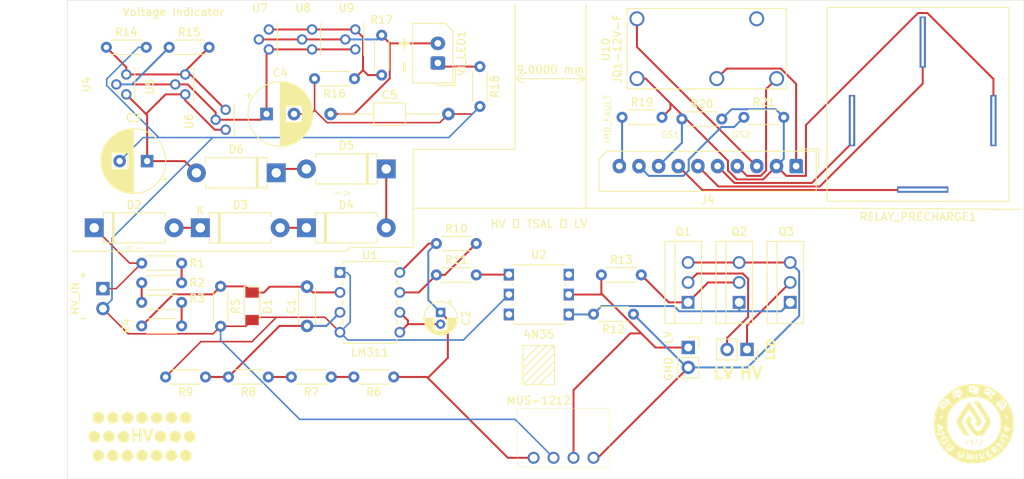
<source format=kicad_pcb>
(kicad_pcb (version 20211014) (generator pcbnew)
  (layers (0 "F.Cu" signal) (31 "B.Cu" signal) (34 "B.Paste" user) (35 "F.Paste" user) (36 "B.SilkS" user "B.Silkscreen") (37 "F.SilkS" user "F.Silkscreen") (38 "B.Mask" user) (39 "F.Mask" user) (44 "Edge.Cuts" user))
  (net 0 "")
  (net 1 "/HV+")
  (net 2 "Net-(R1-Pad2)")
  (net 3 "Net-(R2-Pad2)")
  (net 4 "Net-(R3-Pad2)")
  (net 5 "Net-(C1-Pad2)")
  (net 6 "/HV-")
  (net 7 "Net-(C2-Pad1)")
  (net 8 "Net-(R6-Pad2)")
  (net 9 "Net-(R7-Pad2)")
  (net 10 "Net-(C1-Pad1)")
  (net 11 "Net-(R10-Pad2)")
  (net 12 "Net-(R11-Pad2)")
  (net 13 "GND")
  (net 14 "Net-(Q2-Pad1)")
  (net 15 "/LV")
  (net 16 "Net-(Q1-Pad1)")
  (net 17 "Net-(C2-Pad2)")
  (net 18 "/LV_ACTIVE_LIGHT")
  (net 19 "/HV_ACTIVE_LIGHT")
  (net 22 "Net-(R18-Pad1)")
  (net 23 "Net-(C5-Pad1)")
  (net 24 "Net-(R16-Pad1)")
  (net 25 "Net-(C4-Pad1)")
  (net 26 "Net-(R14-Pad1)")
  (net 27 "Net-(C3-Pad1)")
  (net 28 "Net-(D5-Pad2)")
  (net 29 "Net-(D4-Pad2)")
  (net 30 "Net-(D3-Pad2)")
  (net 31 "Net-(D2-Pad2)")
  (net 32 "IMD_FAULT")
  (net 33 "LV")
  (net 34 "R_PRECHARGE")
  (net 35 "PRECHARGE")
  (net 36 "RELAY_PRECHARGE")
  (net 37 "FAN+")
  (net 39 "FAN_ENABLE")
  (net 40 "GND_SENSE1")
  (net 41 "GND_SENSE2")
  (footprint "Resistor_THT:R_Axial_DIN0204_L3.6mm_D1.6mm_P5.08mm_Horizontal" (layer "F.Cu") (at 95.96 78)
    (fp_text reference "R14" (at 2.54 -1.92) (layer "F.SilkS"))
    (fp_text value "390k")
    (pad "1" thru_hole circle (at 0 0) (size 1.4 1.4) (drill 0.7) (layers *.Cu *.Mask) (net 26 "Net-(R14-Pad1)"))
    (pad "2" thru_hole oval (at 5.08 0) (size 1.4 1.4) (drill 0.7) (layers *.Cu *.Mask) (net 6 "/HV-"))
  )
  (footprint "Diode_THT:D_DO-15_P10.16mm_Horizontal" (layer "F.Cu") (at 107.92 101)
    (fp_text reference "D3" (at 5.08 -2.92) (layer "F.SilkS"))
    (fp_text value "1N5349")
    (fp_text user "K" (at 0 -2.2) (layer "F.SilkS"))
    (pad "1" thru_hole rect (at 0 0) (size 2.4 2.4) (drill 1.2) (layers *.Cu *.Mask) (net 31 "Net-(D2-Pad2)"))
    (pad "2" thru_hole oval (at 10.16 0) (size 2.4 2.4) (drill 1.2) (layers *.Cu *.Mask) (net 30 "Net-(D3-Pad2)"))
  )
  (footprint "Library:LM311P" (layer "F.Cu") (at 125.69 106.69)
    (fp_text reference "U1" (at 3.81 -2.19) (layer "F.SilkS"))
    (fp_text value "LM311" (at 3.81 10.16) (layer "F.SilkS"))
    (pad "1" thru_hole rect (at 0 0) (size 1.3716 1.3716) (drill 0.8636) (layers *.Cu *.Mask) (net 6 "/HV-"))
    (pad "2" thru_hole circle (at 0 2.54) (size 1.3716 1.3716) (drill 0.8636) (layers *.Cu *.Mask) (net 5 "Net-(C1-Pad2)"))
    (pad "3" thru_hole circle (at 0 5.08) (size 1.3716 1.3716) (drill 0.8636) (layers *.Cu *.Mask) (net 10 "Net-(C1-Pad1)"))
    (pad "4" thru_hole circle (at 0 7.62) (size 1.3716 1.3716) (drill 0.8636) (layers *.Cu *.Mask) (net 6 "/HV-"))
    (pad "5" thru_hole circle (at 7.62 7.62) (size 1.3716 1.3716) (drill 0.8636) (layers *.Cu *.Mask) (net 17 "Net-(C2-Pad2)"))
    (pad "6" thru_hole circle (at 7.62 5.08) (size 1.3716 1.3716) (drill 0.8636) (layers *.Cu *.Mask) (net 17 "Net-(C2-Pad2)"))
    (pad "7" thru_hole circle (at 7.62 2.54) (size 1.3716 1.3716) (drill 0.8636) (layers *.Cu *.Mask) (net 11 "Net-(R10-Pad2)"))
    (pad "8" thru_hole circle (at 7.62 0) (size 1.3716 1.3716) (drill 0.8636) (layers *.Cu *.Mask) (net 7 "Net-(C2-Pad1)"))
  )
  (footprint "Connector_Molex:Molex_SPOX_5267-02A_1x02_P2.50mm_Vertical" (layer "F.Cu") (at 138.15 80 90)
    (fp_text reference "VI_LED1" (at 1.25 3 90) (layer "F.SilkS"))
    (fp_text value "10mA")
    (pad "1" thru_hole roundrect (at 0 0 90) (size 1.7 1.85) (drill 0.85) (layers *.Cu *.Mask) (roundrect_rratio 0.147059) (net 22 "Net-(R18-Pad1)"))
    (pad "2" thru_hole oval (at 2.5 0 90) (size 1.7 1.85) (drill 0.85) (layers *.Cu *.Mask) (net 23 "Net-(C5-Pad1)"))
  )
  (footprint "Diode_THT:D_DO-15_P10.16mm_Horizontal" (layer "F.Cu") (at 121.42 101)
    (fp_text reference "D4" (at 5.08 -2.92) (layer "F.SilkS"))
    (fp_text value "1N5349")
    (pad "1" thru_hole rect (at 0 0) (size 2.4 2.4) (drill 1.2) (layers *.Cu *.Mask) (net 30 "Net-(D3-Pad2)"))
    (pad "2" thru_hole oval (at 10.16 0) (size 2.4 2.4) (drill 1.2) (layers *.Cu *.Mask) (net 29 "Net-(D4-Pad2)"))
  )
  (footprint "Resistor_THT:R_Axial_DIN0204_L3.6mm_D1.6mm_P5.08mm_Horizontal" (layer "F.Cu") (at 105.54 113.5 180)
    (fp_text reference "R4" (at 7.04 0 90) (layer "F.SilkS"))
    (fp_text value "4.7M")
    (pad "1" thru_hole circle (at 0 0 180) (size 1.4 1.4) (drill 0.7) (layers *.Cu *.Mask) (net 4 "Net-(R3-Pad2)"))
    (pad "2" thru_hole oval (at 5.08 0 180) (size 1.4 1.4) (drill 0.7) (layers *.Cu *.Mask) (net 5 "Net-(C1-Pad2)"))
  )
  (footprint "Resistor_THT:R_Axial_DIN0204_L3.6mm_D1.6mm_P5.08mm_Horizontal" (layer "F.Cu") (at 127.54 82 180)
    (fp_text reference "R16" (at 2.54 -1.92) (layer "F.SilkS"))
    (fp_text value "390k")
    (pad "1" thru_hole circle (at 0 0 180) (size 1.4 1.4) (drill 0.7) (layers *.Cu *.Mask) (net 24 "Net-(R16-Pad1)"))
    (pad "2" thru_hole oval (at 5.08 0 180) (size 1.4 1.4) (drill 0.7) (layers *.Cu *.Mask) (net 6 "/HV-"))
  )
  (footprint "Capacitor_THT:CP_Radial_D8.0mm_P3.50mm" (layer "F.Cu") (at 101.152651 92.5 180)
    (fp_text reference "C3" (at 1.75 5.5) (layer "F.SilkS"))
    (fp_text value "2.2uF")
    (pad "1" thru_hole rect (at 0 0 180) (size 1.6 1.6) (drill 0.8) (layers *.Cu *.Mask) (net 27 "Net-(C3-Pad1)"))
    (pad "2" thru_hole circle (at 3.5 0 180) (size 1.6 1.6) (drill 0.8) (layers *.Cu *.Mask) (net 6 "/HV-"))
  )
  (footprint "Resistor_THT:R_Axial_DIN0204_L3.6mm_D1.6mm_P5.08mm_Horizontal" (layer "F.Cu") (at 137.96 103)
    (fp_text reference "R10" (at 2.54 -1.92) (layer "F.SilkS"))
    (fp_text value "10k")
    (pad "1" thru_hole circle (at 0 0) (size 1.4 1.4) (drill 0.7) (layers *.Cu *.Mask) (net 7 "Net-(C2-Pad1)"))
    (pad "2" thru_hole oval (at 5.08 0) (size 1.4 1.4) (drill 0.7) (layers *.Cu *.Mask) (net 11 "Net-(R10-Pad2)"))
  )
  (footprint "Resistor_THT:R_Axial_DIN0204_L3.6mm_D1.6mm_P5.08mm_Horizontal" (layer "F.Cu") (at 132.54 120 180)
    (fp_text reference "R6" (at 2.54 -1.92) (layer "F.SilkS"))
    (fp_text value "4.7M")
    (pad "1" thru_hole circle (at 0 0 180) (size 1.4 1.4) (drill 0.7) (layers *.Cu *.Mask) (net 7 "Net-(C2-Pad1)"))
    (pad "2" thru_hole oval (at 5.08 0 180) (size 1.4 1.4) (drill 0.7) (layers *.Cu *.Mask) (net 8 "Net-(R6-Pad2)"))
  )
  (footprint "Library:JQ1-12V-F" (layer "F.Cu") (at 163.4887 81.987311 90)
    (fp_text reference "U10" (at 3.7084 -3.9624 90) (layer "F.SilkS"))
    (fp_text value "JQ1-12V-F" (at 3.7592 -2.4892 90) (layer "F.SilkS"))
    (pad "1" thru_hole circle (at 0 0 90) (size 1.905 1.905) (drill 1.397) (layers *.Cu *.Mask) (net 13 "GND"))
    (pad "2" thru_hole circle (at 0 10.16 90) (size 1.905 1.905) (drill 1.397) (layers *.Cu *.Mask) (net 33 "LV"))
    (pad "3" thru_hole circle (at 0 17.78 90) (size 1.905 1.905) (drill 1.397) (layers *.Cu *.Mask) (net 37 "FAN+"))
    (pad "4" thru_hole circle (at 7.62 15.24 90) (size 1.905 1.905) (drill 1.397) (layers *.Cu *.Mask))
    (pad "5" thru_hole circle (at 7.62 0 90) (size 1.905 1.905) (drill 1.397) (layers *.Cu *.Mask) (net 39 "FAN_ENABLE"))
  )
  (footprint "Capacitor_THT:C_Axial_L3.8mm_D2.6mm_P15.00mm_Horizontal" (layer "F.Cu") (at 124.5 86.5)
    (fp_text reference "C5" (at 7.5 -2.42) (layer "F.SilkS"))
    (fp_text value "1uF")
    (pad "1" thru_hole circle (at 0 0) (size 1.6 1.6) (drill 0.8) (layers *.Cu *.Mask) (net 23 "Net-(C5-Pad1)"))
    (pad "2" thru_hole oval (at 15 0) (size 1.6 1.6) (drill 0.8) (layers *.Cu *.Mask) (net 6 "/HV-"))
  )
  (footprint "Diode_THT:D_DO-15_P10.16mm_Horizontal" (layer "F.Cu") (at 131.58 93.5 180)
    (fp_text reference "D5" (at 5.08 3) (layer "F.SilkS"))
    (fp_text value "1N5349")
    (pad "1" thru_hole rect (at 0 0 180) (size 2.4 2.4) (drill 1.2) (layers *.Cu *.Mask) (net 29 "Net-(D4-Pad2)"))
    (pad "2" thru_hole oval (at 10.16 0 180) (size 2.4 2.4) (drill 1.2) (layers *.Cu *.Mask) (net 28 "Net-(D5-Pad2)"))
  )
  (footprint "Library:4N35" (layer "F.Cu") (at 147.19 106.96)
    (fp_text reference "U2" (at 3.81 -2.54) (layer "F.SilkS"))
    (fp_text value "4N35" (at 3.81 7.62) (layer "F.SilkS"))
    (pad "1" thru_hole rect (at 0 0) (size 1.2954 1.4986) (drill 0.8636) (layers *.Cu *.Mask) (net 12 "Net-(R11-Pad2)"))
    (pad "2" thru_hole rect (at 0 2.54) (size 1.2954 1.4986) (drill 0.8636) (layers *.Cu *.Mask) (net 6 "/HV-"))
    (pad "3" thru_hole rect (at 0 5.08) (size 1.2954 1.4986) (drill 0.8636) (layers *.Cu *.Mask))
    (pad "4" thru_hole rect (at 7.62 5.08) (size 1.2954 1.4986) (drill 0.8636) (layers *.Cu *.Mask) (net 14 "Net-(Q2-Pad1)"))
    (pad "5" thru_hole rect (at 7.62 2.54) (size 1.2954 1.4986) (drill 0.8636) (layers *.Cu *.Mask) (net 33 "LV"))
    (pad "6" thru_hole rect (at 7.62 0) (size 1.2954 1.4986) (drill 0.8636) (layers *.Cu *.Mask))
  )
  (footprint "Diode_THT:D_DO-15_P10.16mm_Horizontal" (layer "F.Cu") (at 117.58 94 180)
    (fp_text reference "D6" (at 5.08 3) (layer "F.SilkS"))
    (fp_text value "1N5349")
    (pad "1" thru_hole rect (at 0 0 180) (size 2.4 2.4) (drill 1.2) (layers *.Cu *.Mask) (net 28 "Net-(D5-Pad2)"))
    (pad "2" thru_hole oval (at 10.16 0 180) (size 2.4 2.4) (drill 1.2) (layers *.Cu *.Mask) (net 27 "Net-(C3-Pad1)"))
  )
  (footprint "Library:LR8N3-G" (layer "F.Cu") (at 111.143 88.5 90)
    (fp_text reference "U6" (at 1.0668 -4.6736 90) (layer "F.SilkS"))
    (fp_text value "LR8" hide)
    (pad "1" thru_hole circle (at 0 0 90) (size 1.3208 1.3208) (drill 0.8128) (layers *.Cu *.Mask) (net 27 "Net-(C3-Pad1)"))
    (pad "2" thru_hole circle (at 1.27 -1.27 90) (size 1.3208 1.3208) (drill 0.8128) (layers *.Cu *.Mask) (net 25 "Net-(C4-Pad1)"))
    (pad "3" thru_hole circle (at 2.54 0 90) (size 1.3208 1.3208) (drill 0.8128) (layers *.Cu *.Mask) (net 26 "Net-(R14-Pad1)"))
  )
  (footprint "Resistor_THT:R_Axial_DIN0204_L3.6mm_D1.6mm_P5.08mm_Horizontal" (layer "F.Cu") (at 108.58 120 180)
    (fp_text reference "R9" (at 2.54 -1.92) (layer "F.SilkS"))
    (fp_text value "4.7M")
    (pad "1" thru_hole circle (at 0 0 180) (size 1.4 1.4) (drill 0.7) (layers *.Cu *.Mask) (net 10 "Net-(C1-Pad1)"))
    (pad "2" thru_hole oval (at 5.08 0 180) (size 1.4 1.4) (drill 0.7) (layers *.Cu *.Mask) (net 6 "/HV-"))
  )
  (footprint "Diode_THT:D_DO-15_P10.16mm_Horizontal" (layer "F.Cu") (at 94.42 101)
    (fp_text reference "D2" (at 5.08 -2.92) (layer "F.SilkS"))
    (fp_text value "1N5349")
    (pad "1" thru_hole rect (at 0 0) (size 2.4 2.4) (drill 1.2) (layers *.Cu *.Mask) (net 1 "/HV+"))
    (pad "2" thru_hole oval (at 10.16 0) (size 2.4 2.4) (drill 1.2) (layers *.Cu *.Mask) (net 31 "Net-(D2-Pad2)"))
  )
  (footprint "Library:MUS-1212" (layer "F.Cu") (at 160 131.5 180)
    (fp_text reference "U3" hide)
    (fp_text value "MUS-1212" (at 9 8.5 unlocked) (layer "F.SilkS"))
    (pad "1" thru_hole circle (at 2.04 1.2 180) (size 1.524 1.524) (drill 1) (layers *.Cu *.Mask) (net 13 "GND"))
    (pad "2" thru_hole circle (at 4.58 1.2 180) (size 1.524 1.524) (drill 1) (layers *.Cu *.Mask "Eco1.User") (net 33 "LV"))
    (pad "3" thru_hole circle (at 7.12 1.2 180) (size 1.524 1.524) (drill 1) (layers *.Cu *.Mask) (net 6 "/HV-"))
    (pad "4" thru_hole circle (at 9.66 1.2 180) (size 1.524 1.524) (drill 1) (layers *.Cu *.Mask) (net 7 "Net-(C2-Pad1)"))
  )
  (footprint "Library:LR8N3-G" (layer "F.Cu") (at 106 84 90)
    (fp_text reference "U5" (at 1 -4.5 90) (layer "F.SilkS"))
    (fp_text value "LR8" hide)
    (pad "1" thru_hole circle (at 0 0 90) (size 1.3208 1.3208) (drill 0.8128) (layers *.Cu *.Mask) (net 27 "Net-(C3-Pad1)"))
    (pad "2" thru_hole circle (at 1.27 -1.27 90) (size 1.3208 1.3208) (drill 0.8128) (layers *.Cu *.Mask) (net 25 "Net-(C4-Pad1)"))
    (pad "3" thru_hole circle (at 2.54 0 90) (size 1.3208 1.3208) (drill 0.8128) (layers *.Cu *.Mask) (net 26 "Net-(R14-Pad1)"))
  )
  (footprint "Resistor_THT:R_Axial_DIN0204_L3.6mm_D1.6mm_P5.08mm_Horizontal" (layer "F.Cu") (at 100.46 110.5)
    (fp_text reference "R3" (at 7.04 -0.5) (layer "F.SilkS"))
    (fp_text value "4.7M")
    (pad "1" thru_hole circle (at 0 0) (size 1.4 1.4) (drill 0.7) (layers *.Cu *.Mask) (net 3 "Net-(R2-Pad2)"))
    (pad "2" thru_hole oval (at 5.08 0) (size 1.4 1.4) (drill 0.7) (layers *.Cu *.Mask) (net 4 "Net-(R3-Pad2)"))
  )
  (footprint "Resistor_THT:R_Axial_DIN0204_L3.6mm_D1.6mm_P5.08mm_Horizontal" (layer "F.Cu") (at 105.54 108 180)
    (fp_text reference "R2" (at -1.96 0) (layer "F.SilkS"))
    (fp_text value "4.7M")
    (pad "1" thru_hole circle (at 0 0 180) (size 1.4 1.4) (drill 0.7) (layers *.Cu *.Mask) (net 2 "Net-(R1-Pad2)"))
    (pad "2" thru_hole oval (at 5.08 0 180) (size 1.4 1.4) (drill 0.7) (layers *.Cu *.Mask) (net 3 "Net-(R2-Pad2)"))
  )
  (footprint "Resistor_THT:R_Axial_DIN0204_L3.6mm_D1.6mm_P5.08mm_Horizontal" (layer "F.Cu") (at 131 76.46 -90)
    (fp_text reference "R17" (at -1.96 0) (layer "F.SilkS"))
    (fp_text value "4.7k")
    (pad "1" thru_hole circle (at 0 0 270) (size 1.4 1.4) (drill 0.7) (layers *.Cu *.Mask) (net 23 "Net-(C5-Pad1)"))
    (pad "2" thru_hole oval (at 5.08 0 270) (size 1.4 1.4) (drill 0.7) (layers *.Cu *.Mask) (net 24 "Net-(R16-Pad1)"))
  )
  (footprint "Connector_Molex:Molex_SPOX_5267-10A_1x10_P2.50mm_Vertical" (layer "F.Cu") (at 183.75 93.137311 180)
    (fp_text reference "J4" (at 11.25 -4.3) (layer "F.SilkS"))
    (fp_text value "Conn_01x10_Female")
    (pad "1" thru_hole roundrect (at 0 0 180) (size 1.7 1.85) (drill 0.85) (layers *.Cu *.Mask) (roundrect_rratio 0.147059) (net 33 "LV"))
    (pad "2" thru_hole oval (at 2.5 0 180) (size 1.7 1.85) (drill 0.85) (layers *.Cu *.Mask) (net 13 "GND"))
    (pad "3" thru_hole oval (at 5 0 180) (size 1.7 1.85) (drill 0.85) (layers *.Cu *.Mask) (net 39 "FAN_ENABLE"))
    (pad "4" thru_hole oval (at 7.5 0 180) (size 1.7 1.85) (drill 0.85) (layers *.Cu *.Mask) (net 37 "FAN+"))
    (pad "5" thru_hole oval (at 10 0 180) (size 1.7 1.85) (drill 0.85) (layers *.Cu *.Mask) (net 35 "PRECHARGE"))
    (pad "6" thru_hole oval (at 12.5 0 180) (size 1.7 1.85) (drill 0.85) (layers *.Cu *.Mask) (net 36 "RELAY_PRECHARGE"))
    (pad "7" thru_hole oval (at 15 0 180) (size 1.7 1.85) (drill 0.85) (layers *.Cu *.Mask) (net 34 "R_PRECHARGE"))
    (pad "8" thru_hole oval (at 17.5 0 180) (size 1.7 1.85) (drill 0.85) (layers *.Cu *.Mask) (net 40 "GND_SENSE1"))
    (pad "9" thru_hole oval (at 20 0 180) (size 1.7 1.85) (drill 0.85) (layers *.Cu *.Mask) (net 41 "GND_SENSE2"))
    (pad "10" thru_hole oval (at 22.5 0 180) (size 1.7 1.85) (drill 0.85) (layers *.Cu *.Mask) (net 32 "IMD_FAULT"))
  )
  (footprint "Library:LR8N3-G" (layer "F.Cu") (at 116.643 78.27 90)
    (fp_text reference "U7" (at 5.27 -1.143) (layer "F.SilkS"))
    (fp_text value "LR8" hide)
    (pad "1" thru_hole circle (at 0 0 90) (size 1.3208 1.3208) (drill 0.8128) (layers *.Cu *.Mask) (net 25 "Net-(C4-Pad1)"))
    (pad "2" thru_hole circle (at 1.27 -1.27 90) (size 1.3208 1.3208) (drill 0.8128) (layers *.Cu *.Mask) (net 23 "Net-(C5-Pad1)"))
    (pad "3" thru_hole circle (at 2.54 0 90) (size 1.3208 1.3208) (drill 0.8128) (layers *.Cu *.Mask) (net 24 "Net-(R16-Pad1)"))
  )
  (footprint "Resistor_THT:R_Axial_DIN0204_L3.6mm_D1.6mm_P5.08mm_Horizontal" (layer "F.Cu") (at 158.96 107)
    (fp_text reference "R13" (at 2.54 -1.92) (layer "F.SilkS"))
    (fp_text value "10k")
    (pad "1" thru_hole circle (at 0 0) (size 1.4 1.4) (drill 0.7) (layers *.Cu *.Mask) (net 33 "LV"))
    (pad "2" thru_hole oval (at 5.08 0) (size 1.4 1.4) (drill 0.7) (layers *.Cu *.Mask) (net 16 "Net-(Q1-Pad1)"))
  )
  (footprint "Library:IRF640NPBF" (layer "F.Cu") (at 183 110.5 90)
    (fp_text reference "Q3" (at 9 -0.5) (layer "F.SilkS"))
    (fp_text value "IRF640" hide)
    (pad "1" thru_hole rect (at 0 0 90) (size 1.6256 1.6256) (drill 1.1176) (layers *.Cu *.Mask) (net 14 "Net-(Q2-Pad1)"))
    (pad "2" thru_hole circle (at 2.54 0 90) (size 1.6256 1.6256) (drill 1.1176) (layers *.Cu *.Mask) (net 19 "/HV_ACTIVE_LIGHT"))
    (pad "3" thru_hole circle (at 5.08 0 90) (size 1.6256 1.6256) (drill 1.1176) (layers *.Cu *.Mask) (net 13 "GND"))
  )
  (footprint "Resistor_THT:R_Axial_DIN0204_L3.6mm_D1.6mm_P5.08mm_Horizontal" (layer "F.Cu") (at 110.5 108.46 -90)
    (fp_text reference "R5" (at 2.54 -1.92 90) (layer "F.SilkS"))
    (fp_text value "1M")
    (pad "1" thru_hole circle (at 0 0 270) (size 1.4 1.4) (drill 0.7) (layers *.Cu *.Mask) (net 5 "Net-(C1-Pad2)"))
    (pad "2" thru_hole oval (at 5.08 0 270) (size 1.4 1.4) (drill 0.7) (layers *.Cu *.Mask) (net 6 "/HV-"))
  )
  (footprint "Resistor_THT:R_Axial_DIN0204_L3.6mm_D1.6mm_P5.08mm_Horizontal" (layer "F.Cu") (at 100.46 105.5)
    (fp_text reference "R1" (at 7.04 0) (layer "F.SilkS"))
    (fp_text value "4.7M")
    (pad "1" thru_hole circle (at 0 0) (size 1.4 1.4) (drill 0.7) (layers *.Cu *.Mask) (net 1 "/HV+"))
    (pad "2" thru_hole oval (at 5.08 0) (size 1.4 1.4) (drill 0.7) (layers *.Cu *.Mask) (net 2 "Net-(R1-Pad2)"))
  )
  (footprint "Connector_PinSocket_2.54mm:PinSocket_1x02_P2.54mm_Vertical" (layer "F.Cu") (at 170.025 116.25)
    (fp_text reference "REF**" hide)
    (fp_text value "PinSocket_1x02_P2.54mm_Vertical")
    (pad "1" thru_hole rect (at 0 0) (size 1.7 1.7) (drill 1) (layers *.Cu *.Mask) (net 15 "/LV"))
    (pad "2" thru_hole oval (at 0 2.54) (size 1.7 1.7) (drill 1) (layers *.Cu *.Mask) (net 13 "GND"))
  )
  (footprint "Library:asas" (layer "F.Cu") (at 206.25 125.637311)
    (fp_text reference "G***" hide)
    (fp_text value "LOGO" hide)
  )
  (footprint "Library:LR8N3-G" (layer "F.Cu") (at 98.5 84 90)
    (fp_text reference "U4" (at 1.27 -5.08 90) (layer "F.SilkS"))
    (fp_text value "LR8" hide)
    (pad "1" thru_hole circle (at 0 0 90) (size 1.3208 1.3208) (drill 0.8128) (layers *.Cu *.Mask) (net 27 "Net-(C3-Pad1)"))
    (pad "2" thru_hole circle (at 1.27 -1.27 90) (size 1.3208 1.3208) (drill 0.8128) (layers *.Cu *.Mask) (net 25 "Net-(C4-Pad1)"))
    (pad "3" thru_hole circle (at 2.54 0 90) (size 1.3208 1.3208) (drill 0.8128) (layers *.Cu *.Mask) (net 26 "Net-(R14-Pad1)"))
  )
  (footprint "Resistor_THT:R_Axial_DIN0204_L3.6mm_D1.6mm_P5.08mm_Horizontal" (layer "F.Cu") (at 103.96 78)
    (fp_text reference "R15" (at 2.54 -1.92) (layer "F.SilkS"))
    (fp_text value "4.7k")
    (pad "1" thru_hole circle (at 0 0) (size 1.4 1.4) (drill 0.7) (layers *.Cu *.Mask) (net 25 "Net-(C4-Pad1)"))
    (pad "2" thru_hole oval (at 5.08 0) (size 1.4 1.4) (drill 0.7) (layers *.Cu *.Mask) (net 26 "Net-(R14-Pad1)"))
  )
  (footprint "Library:IRF640NPBF" (layer "F.Cu") (at 176.5 110.5 90)
    (fp_text reference "Q2" (at 9 0) (layer "F.SilkS"))
    (fp_text value "IRF640" hide)
    (pad "1" thru_hole rect (at 0 0 90) (size 1.6256 1.6256) (drill 1.1176) (layers *.Cu *.Mask) (net 14 "Net-(Q2-Pad1)"))
    (pad "2" thru_hole circle (at 2.54 0 90) (size 1.6256 1.6256) (drill 1.1176) (layers *.Cu *.Mask) (net 16 "Net-(Q1-Pad1)"))
    (pad "3" thru_hole circle (at 5.08 0 90) (size 1.6256 1.6256) (drill 1.1176) (layers *.Cu *.Mask) (net 13 "GND"))
  )
  (footprint "Resistor_THT:R_Axial_DIN0204_L3.6mm_D1.6mm_P5.08mm_Horizontal" (layer "F.Cu") (at 137.96 107)
    (fp_text reference "R11" (at 2.54 -1.92) (layer "F.SilkS"))
    (fp_text value "2k2")
    (pad "1" thru_hole circle (at 0 0) (size 1.4 1.4) (drill 0.7) (layers *.Cu *.Mask) (net 11 "Net-(R10-Pad2)"))
    (pad "2" thru_hole oval (at 5.08 0) (size 1.4 1.4) (drill 0.7) (layers *.Cu *.Mask) (net 12 "Net-(R11-Pad2)"))
  )
  (footprint "Resistor_THT:R_Axial_DIN0204_L3.6mm_D1.6mm_P5.08mm_Horizontal" (layer "F.Cu") (at 169.21 87.137311)
    (fp_text reference "R20" (at 2.54 -1.92) (layer "F.SilkS"))
    (fp_text value "2.2k")
    (pad "1" thru_hole circle (at 0 0) (size 1.4 1.4) (drill 0.7) (layers *.Cu *.Mask) (net 40 "GND_SENSE1"))
    (pad "2" thru_hole oval (at 5.08 0) (size 1.4 1.4) (drill 0.7) (layers *.Cu *.Mask) (net 13 "GND"))
  )
  (footprint "Resistor_THT:R_Axial_DIN0204_L3.6mm_D1.6mm_P5.08mm_Horizontal" (layer "F.Cu") (at 163.04 112 180)
    (fp_text reference "R12" (at 2.54 -1.92) (layer "F.SilkS"))
    (fp_text value "100k")
    (pad "1" thru_hole circle (at 0 0 180) (size 1.4 1.4) (drill 0.7) (layers *.Cu *.Mask) (net 13 "GND"))
    (pad "2" thru_hole oval (at 5.08 0 180) (size 1.4 1.4) (drill 0.7) (layers *.Cu *.Mask) (net 14 "Net-(Q2-Pad1)"))
  )
  (footprint "Resistor_THT:R_Axial_DIN0204_L3.6mm_D1.6mm_P5.08mm_Horizontal" (layer "F.Cu") (at 116.58 120 180)
    (fp_text reference "R8" (at 2.54 -1.92) (layer "F.SilkS"))
    (fp_text value "4.7M")
    (pad "1" thru_hole circle (at 0 0 180) (size 1.4 1.4) (drill 0.7) (layers *.Cu *.Mask) (net 9 "Net-(R7-Pad2)"))
    (pad "2" thru_hole oval (at 5.08 0 180) (size 1.4 1.4) (drill 0.7) (layers *.Cu *.Mask) (net 10 "Net-(C1-Pad1)"))
  )
  (footprint "Resistor_THT:R_Axial_DIN0204_L3.6mm_D1.6mm_P5.08mm_Horizontal" (layer "F.Cu") (at 124.58 120 180)
    (fp_text reference "R7" (at 2.54 -1.92) (layer "F.SilkS"))
    (fp_text value "4.7M")
    (pad "1" thru_hole circle (at 0 0 180) (size 1.4 1.4) (drill 0.7) (layers *.Cu *.Mask) (net 8 "Net-(R6-Pad2)"))
    (pad "2" thru_hole oval (at 5.08 0 180) (size 1.4 1.4) (drill 0.7) (layers *.Cu *.Mask) (net 9 "Net-(R7-Pad2)"))
  )
  (footprint "Diode_SMD:D_MiniMELF" (layer "F.Cu") (at 114.5 111 -90)
    (fp_text reference "D1" (at 0 -2 90) (layer "F.SilkS"))
    (fp_text value "BZV55C12")
    (pad "1" smd rect (at -1.75 0 270) (size 1.3 1.7) (layers "F.Cu" "F.Paste" "F.Mask") (net 5 "Net-(C1-Pad2)"))
    (pad "2" smd rect (at 1.75 0 270) (size 1.3 1.7) (layers "F.Cu" "F.Paste" "F.Mask") (net 6 "/HV-"))
  )
  (footprint "Connector_PinSocket_2.54mm:PinSocket_1x02_P2.54mm_Vertical" (layer "F.Cu") (at 177.5 116.5 -90)
    (fp_text reference "REF**" hide)
    (fp_text value "PinSocket_1x02_P2.54mm_Vertical")
    (pad "1" thru_hole rect (at 0 0 270) (size 1.7 1.7) (drill 1) (layers *.Cu *.Mask) (net 19 "/HV_ACTIVE_LIGHT"))
    (pad "2" thru_hole oval (at 0 2.54 270) (size 1.7 1.7) (drill 1) (layers *.Cu *.Mask) (net 18 "/LV_ACTIVE_LIGHT"))
  )
  (footprint "Library:IRF640NPBF" (layer "F.Cu") (at 170 110.5 90)
    (fp_text reference "Q1" (at 9 -0.6223) (layer "F.SilkS"))
    (fp_text value "IRF640" hide)
    (pad "1" thru_hole rect (at 0 0 90) (size 1.6256 1.6256) (drill 1.1176) (layers *.Cu *.Mask) (net 16 "Net-(Q1-Pad1)"))
    (pad "2" thru_hole circle (at 2.54 0 90) (size 1.6256 1.6256) (drill 1.1176) (layers *.Cu *.Mask) (net 18 "/LV_ACTIVE_LIGHT"))
    (pad "3" thru_hole circle (at 5.08 0 90) (size 1.6256 1.6256) (drill 1.1176) (layers *.Cu *.Mask) (net 13 "GND"))
  )
  (footprint "Library:LR8N3-G" (layer "F.Cu") (at 122.143 78.27 90)
    (fp_text reference "U8" (at 5.27 -1.143) (layer "F.SilkS"))
    (fp_text value "LR8" hide)
    (pad "1" thru_hole circle (at 0 0 90) (size 1.3208 1.3208) (drill 0.8128) (layers *.Cu *.Mask) (net 25 "Net-(C4-Pad1)"))
    (pad "2" thru_hole circle (at 1.27 -1.27 90) (size 1.3208 1.3208) (drill 0.8128) (layers *.Cu *.Mask) (net 23 "Net-(C5-Pad1)"))
    (pad "3" thru_hole circle (at 2.54 0 90) (size 1.3208 1.3208) (drill 0.8128) (layers *.Cu *.Mask) (net 24 "Net-(R16-Pad1)"))
  )
  (footprint "Resistor_THT:R_Axial_DIN0204_L3.6mm_D1.6mm_P5.08mm_Horizontal" (layer "F.Cu") (at 143.5 80.46 -90)
    (fp_text reference "R18" (at 2.54 -1.92 90) (layer "F.SilkS"))
    (fp_text value "1k")
    (pad "1" thru_hole circle (at 0 0 270) (size 1.4 1.4) (drill 0.7) (layers *.Cu *.Mask) (net 22 "Net-(R18-Pad1)"))
    (pad "2" thru_hole oval (at 5.08 0 270) (size 1.4 1.4) (drill 0.7) (layers *.Cu *.Mask) (net 6 "/HV-"))
  )
  (footprint "Library:LR8N3-G" (layer "F.Cu") (at 127.643 78.27 90)
    (fp_text reference "U9" (at 5.27 -1.143) (layer "F.SilkS"))
    (fp_text value "LR8" hide)
    (pad "1" thru_hole circle (at 0 0 90) (size 1.3208 1.3208) (drill 0.8128) (layers *.Cu *.Mask) (net 25 "Net-(C4-Pad1)"))
    (pad "2" thru_hole circle (at 1.27 -1.27 90) (size 1.3208 1.3208) (drill 0.8128) (layers *.Cu *.Mask) (net 23 "Net-(C5-Pad1)"))
    (pad "3" thru_hole circle (at 2.54 0 90) (size 1.3208 1.3208) (drill 0.8128) (layers *.Cu *.Mask) (net 24 "Net-(R16-Pad1)"))
  )
  (footprint "Capacitor_THT:CP_Radial_D8.0mm_P3.50mm" (layer "F.Cu") (at 116.347349 86.5)
    (fp_text reference "C4" (at 1.75 -5.25) (layer "F.SilkS"))
    (fp_text value "2.2uF")
    (pad "1" thru_hole rect (at 0 0) (size 1.6 1.6) (drill 0.8) (layers *.Cu *.Mask) (net 25 "Net-(C4-Pad1)"))
    (pad "2" thru_hole circle (at 3.5 0) (size 1.6 1.6) (drill 0.8) (layers *.Cu *.Mask) (net 6 "/HV-"))
  )
  (footprint "Resistor_THT:R_Axial_DIN0204_L3.6mm_D1.6mm_P5.08mm_Horizontal" (layer "F.Cu") (at 161.6 86.917311)
    (fp_text reference "R19" (at 2.54 -1.92) (layer "F.SilkS"))
    (fp_text value "2.2k")
    (pad "1" thru_hole circle (at 0 0) (size 1.4 1.4) (drill 0.7) (layers *.Cu *.Mask) (net 32 "IMD_FAULT"))
    (pad "2" thru_hole oval (at 5.08 0) (size 1.4 1.4) (drill 0.7) (layers *.Cu *.Mask) (net 13 "GND"))
  )
  (footprint "Connector_PinSocket_2.54mm:PinSocket_1x02_P2.54mm_Vertical" (layer "F.Cu") (at 95.525 108.75)
    (fp_text reference "REF**" hide)
    (fp_text value "PinSocket_1x02_P2.54mm_Vertical")
    (pad "1" thru_hole rect (at 0 0) (size 1.7 1.7) (drill 1) (layers *.Cu "F.Mask") (net 1 "/HV+"))
    (pad "2" thru_hole oval (at 0 2.54) (size 1.7 1.7) (drill 1) (layers *.Cu *.Mask) (net 6 "/HV-"))
  )
  (footprint "Capacitor_THT:C_Disc_D4.3mm_W1.9mm_P5.00mm" (layer "F.Cu") (at 121.5 113.5 90)
    (fp_text reference "C1" (at 2.5 -2 90) (layer "F.SilkS"))
    (fp_text value "1nF")
    (pad "1" thru_hole circle (at 0 0 90) (size 1.6 1.6) (drill 0.8) (layers *.Cu *.Mask) (net 10 "Net-(C1-Pad1)"))
    (pad "2" thru_hole circle (at 5 0 90) (size 1.6 1.6) (drill 0.8) (layers *.Cu *.Mask) (net 5 "Net-(C1-Pad2)"))
  )
  (footprint "Capacitor_THT:CP_Radial_D4.0mm_P1.50mm" (layer "F.Cu") (at 138.5 111.777401 -90)
    (fp_text reference "C2" (at 0.75 -3.25 90) (layer "F.SilkS"))
    (fp_text value "1uF")
    (pad "1" thru_hole rect (at 0 0 270) (size 1.2 1.2) (drill 0.6) (layers *.Cu *.Mask) (net 7 "Net-(C2-Pad1)"))
    (pad "2" thru_hole circle (at 1.5 0 270) (size 1.2 1.2) (drill 0.6) (layers *.Cu *.Mask) (net 17 "Net-(C2-Pad2)"))
  )
  (footprint "Library:precharge-relay" (layer "F.Cu") (at 199.8596 96.137311 180)
    (fp_text reference "RELAY_PRECHARGE1" (at 0.6096 -3.4544 unlocked) (layer "F.SilkS"))
    (fp_text value "V23700-C0001-A408")
    (pad "1" thru_hole rect (at -9 8.8 270) (size 6.5 0.8) (drill oval 6.2 0.3) (layers *.Cu *.Mask) (net 13 "GND"))
    (pad "2" thru_hole rect (at 9 8.8 270) (size 6.5 0.8) (drill oval 6.2 0.3) (layers *.Cu *.Mask) (net 35 "PRECHARGE"))
    (pad "3" thru_hole rect (at 0 18.8 270) (size 6.5 0.8) (drill oval 6.2 0.3) (layers *.Cu *.Mask) (net 36 "RELAY_PRECHARGE"))
    (pad "5" thru_hole rect (at 0 0 180) (size 6.5 0.8) (drill oval 6.2 0.3) (layers *.Cu *.Mask) (net 34 "R_PRECHARGE"))
  )
  (footprint "Resistor_THT:R_Axial_DIN0204_L3.6mm_D1.6mm_P5.08mm_Horizontal" (layer "F.Cu") (at 177.1 86.917311)
    (fp_text reference "R21" (at 2.54 -1.92) (layer "F.SilkS"))
    (fp_text value "2.2k")
    (pad "1" thru_hole circle (at 0 0) (size 1.4 1.4) (drill 0.7) (layers *.Cu *.Mask) (net 41 "GND_SENSE2"))
    (pad "2" thru_hole oval (at 5.08 0) (size 1.4 1.4) (drill 0.7) (layers *.Cu *.Mask) (net 13 "GND"))
  )
  (gr_line (start 127 103.5) (end 135 103.5) (layer "F.SilkS") (width 0.12))
  (gr_line (start 135 91) (end 148 91) (layer "F.SilkS") (width 0.12))
  (gr_line (start 150 121) (end 153 118) (layer "F.SilkS") (width 0.12))
  (gr_line (start 91.5 104) (end 126.5 104) (layer "F.SilkS") (width 0.12))
  (gr_line (start 187.5 98.5) (end 212.25 98.637311) (layer "F.SilkS") (width 0.12))
  (gr_rect (start 149 116) (end 153 121) (layer "F.SilkS") (width 0.12) (fill none))
  (gr_line (start 149 120) (end 153 116) (layer "F.SilkS") (width 0.12))
  (gr_line (start 149 118) (end 151 116) (layer "F.SilkS") (width 0.12))
  (gr_line (start 149 119) (end 152 116) (layer "F.SilkS") (width 0.12))
  (gr_line (start 157 72.5) (end 157 98.5) (layer "F.SilkS") (width 0.12))
  (gr_line (start 135 103.5) (end 135 91) (layer "F.SilkS") (width 0.12))
  (gr_line (start 126.5 104) (end 127 103.5) (layer "F.SilkS") (width 0.12))
  (gr_line (start 148 91) (end 148 72.5) (layer "F.SilkS") (width 0.12))
  (gr_line (start 149 121) (end 153 117) (layer "F.SilkS") (width 0.12))
  (gr_line (start 135 98.5) (end 187.5 98.5) (layer "F.SilkS") (width 0.12))
  (gr_line (start 151 121) (end 153 119) (layer "F.SilkS") (width 0.12))
  (gr_line (start 91 100.5) (end 91 131) (layer "Edge.Cuts") (width 0.05))
  (gr_line (start 91 72) (end 187.5 72) (layer "Edge.Cuts") (width 0.05))
  (gr_line (start 187.5 72) (end 188 72) (layer "Edge.Cuts") (width 0.05))
  (gr_line (start 91 98.5) (end 91 100.5) (layer "Edge.Cuts") (width 0.05))
  (gr_line (start 93 133) (end 91 133) (layer "Edge.Cuts") (width 0.05))
  (gr_line (start 188 72) (end 212.75 72) (layer "Edge.Cuts") (width 0.05))
  (gr_line (start 212.75 72) (end 212.75 133) (layer "Edge.Cuts") (width 0.05))
  (gr_line (start 186 133) (end 188 133) (layer "Edge.Cuts") (width 0.05))
  (gr_line (start 91 98.5) (end 91 72) (layer "Edge.Cuts") (width 0.05))
  (gr_line (start 212.75 133) (end 188 133) (layer "Edge.Cuts") (width 0.05))
  (gr_line (start 91 133) (end 91 131) (layer "Edge.Cuts") (width 0.05))
  (gr_line (start 93 133) (end 186 133) (layer "Edge.Cuts") (width 0.05))
  (gr_text "LV" (at 167.5 115 90) (layer "F.SilkS") (effects (font (size 1 1))))
  (gr_text "HV_IN" (at 92 110 90) (layer "F.SilkS") (effects (font (size 1 1))))
  (gr_text "LED" (at 180.5 116.5 90) (layer "F.SilkS") (effects (font (size 1 1) (thickness 0.25))))
  (gr_text "<-" (at 126 96.5) (layer "F.SilkS") (effects (font (size 1 1) (thickness 0.1)) (justify mirror)))
  (gr_text "HV" (at 178 119.5) (layer "F.SilkS") (effects (font (size 1.5 1.5) (thickness 0.3))))
  (gr_text "●●●●●●●\n●●●HV●●●\n●●●●●●●" (at 100.5 127.5) (layer "F.SilkS") (effects (font (size 1.5 1.5) (thickness 0.3))))
  (gr_text "GS2" (at 176.75 89.137311) (layer "F.SilkS") (effects (font (size 0.8 0.8) (thickness 0.1))))
  (gr_text "GND\n" (at 167.5 119 90) (layer "F.SilkS") (effects (font (size 1 1))))
  (gr_text "GS1" (at 167.75 89.137311) (layer "F.SilkS") (effects (font (size 0.8 0.8) (thickness 0.1))))
  (gr_text "LV" (at 174.5 119.5) (layer "F.SilkS") (effects (font (size 1.5 1.5) (thickness 0.3))))
  (gr_text "+" (at 93 107) (layer "F.SilkS") (effects (font (size 0.8 0.8))))
  (gr_text "-" (at 93 112.5) (layer "F.SilkS") (effects (font (size 0.8 0.8))))
  (gr_text "Voltage Indicator" (at 104.5 73.5) (layer "F.SilkS") (effects (font (size 1 1))))
  (gr_text "+ -" (at 134 79 270) (layer "F.SilkS") (effects (font (size 1.5 1.5) (thickness 0.3))))
  (gr_text "<-" (at 99.5 103.5) (layer "F.SilkS") (effects (font (size 1 1) (thickness 0.1))))
  (gr_text "HV ㅣ TSAL ㅣ LV" (at 151 100.5) (layer "F.SilkS") (effects (font (size 1 1))))
  (gr_text "IMD_FAULT" (at 159.75 87.137311 90) (layer "F.SilkS") (effects (font (size 0.8 0.8) (thickness 0.1))))
  (dimension (type aligned) (layer "F.SilkS") (pts (xy 148 82.5) (xy 157 82.5)) (height -0.5) (gr_text "9.0000 mm" (at 152.5 80.85) (layer "F.SilkS") (effects (font (size 1 1) (thickness 0.15)))) (format (units 3) (units_format 1) (precision 4)) (style (thickness 0.12) (arrow_length 1.27) (text_position_mode 0) (extension_height 0.58642) (extension_offset 0.5) keep_text_aligned))
  (segment (start 95.525 108.75) (end 97.21 108.75) (width 0.2) (layer "F.Cu") (net 1))
  (segment (start 97.21 108.75) (end 100.46 105.5) (width 0.2) (layer "F.Cu") (net 1))
  (segment (start 98.92 105.5) (end 94.42 101) (width 0.2) (layer "F.Cu") (net 1))
  (segment (start 100.46 105.5) (end 98.92 105.5) (width 0.2) (layer "F.Cu") (net 1))
  (segment (start 105.54 105.5) (end 105.54 108) (width 0.25) (layer "F.Cu") (net 2))
  (segment (start 100.46 108) (end 100.46 110.5) (width 0.25) (layer "F.Cu") (net 3))
  (segment (start 105.54 110.5) (end 105.54 113.5) (width 0.25) (layer "F.Cu") (net 4))
  (segment (start 125.46 109) (end 125.69 109.23) (width 0.25) (layer "F.Cu") (net 5))
  (segment (start 121.5 108.5) (end 116.75 108.5) (width 0.25) (layer "F.Cu") (net 5))
  (segment (start 125.69 109.23) (end 122.23 109.23) (width 0.25) (layer "F.Cu") (net 5))
  (segment (start 116 109.25) (end 116.75 108.5) (width 0.25) (layer "F.Cu") (net 5))
  (segment (start 100.46 113.5) (end 104.484511 109.475489) (width 0.25) (layer "F.Cu") (net 5))
  (segment (start 122.23 109.23) (end 121.5 108.5) (width 0.25) (layer "F.Cu") (net 5))
  (segment (start 114.5 109.25) (end 116 109.25) (width 0.25) (layer "F.Cu") (net 5))
  (segment (start 110.5 108.46) (end 113.71 108.46) (width 0.25) (layer "F.Cu") (net 5))
  (segment (start 109.484511 109.475489) (end 110.5 108.46) (width 0.25) (layer "F.Cu") (net 5))
  (segment (start 113.71 108.46) (end 114.5 109.25) (width 0.25) (layer "F.Cu") (net 5))
  (segment (start 104.484511 109.475489) (end 109.484511 109.475489) (width 0.25) (layer "F.Cu") (net 5))
  (segment (start 95.525 111.29) (end 98.734511 114.499511) (width 0.2) (layer "F.Cu") (net 6))
  (segment (start 139.5 86.5) (end 142.54 86.5) (width 0.2) (layer "F.Cu") (net 6))
  (segment (start 138.400489 87.599511) (end 139.5 86.5) (width 0.2) (layer "F.Cu") (net 6))
  (segment (start 108 115.5) (end 114.5 115.5) (width 0.2) (layer "F.Cu") (net 6))
  (segment (start 109.540489 114.499511) (end 110.5 113.54) (width 0.2) (layer "F.Cu") (net 6))
  (segment (start 113.71 113.54) (end 114.5 112.75) (width 0.2) (layer "F.Cu") (net 6))
  (segment (start 122.46 82) (end 122.46 86.014944) (width 0.2) (layer "F.Cu") (net 6))
  (segment (start 114.5 115.5) (end 117.599511 112.400489) (width 0.2) (layer "F.Cu") (net 6))
  (segment (start 114.849511 112.400489) (end 114.5 112.75) (width 0.2) (layer "F.Cu") (net 6))
  (segment (start 122.472528 86.027472) (end 124.044567 87.599511) (width 0.2) (layer "F.Cu") (net 6))
  (segment (start 122.46 86.014944) (end 122.472528 86.027472) (width 0.2) (layer "F.Cu") (net 6))
  (segment (start 142.54 86.5) (end 143.5 85.54) (width 0.2) (layer "F.Cu") (net 6))
  (segment (start 110.5 113.54) (end 113.71 113.54) (width 0.2) (layer "F.Cu") (net 6))
  (segment (start 125.69 114.31) (end 123.780489 112.400489) (width 0.2) (layer "F.Cu") (net 6))
  (segment (start 122 86.5) (end 122.472528 86.027472) (width 0.2) (layer "F.Cu") (net 6))
  (segment (start 119.847349 86.5) (end 122 86.5) (width 0.2) (layer "F.Cu") (net 6))
  (segment (start 123.780489 112.400489) (end 117.599511 112.400489) (width 0.2) (layer "F.Cu") (net 6))
  (segment (start 103.5 120) (end 108 115.5) (width 0.2) (layer "F.Cu") (net 6))
  (segment (start 124.044567 87.599511) (end 138.400489 87.599511) (width 0.2) (layer "F.Cu") (net 6))
  (segment (start 98.734511 114.499511) (end 109.540489 114.499511) (width 0.2) (layer "F.Cu") (net 6))
  (segment (start 117.599511 112.400489) (end 114.849511 112.400489) (width 0.2) (layer "F.Cu") (net 6))
  (segment (start 120.571477 125.405) (end 110.5 115.333523) (width 0.2) (layer "B.Cu") (net 6))
  (segment (start 110.5 115.333523) (end 110.5 113.54) (width 0.2) (layer "B.Cu") (net 6))
  (segment (start 96.674511 102.325489) (end 109.5 89.5) (width 0.2) (layer "B.Cu") (net 6))
  (segment (start 100.050051 78) (end 96 82.050051) (width 0.2) (layer "B.Cu") (net 6))
  (segment (start 127 113) (end 125.69 114.31) (width 0.2) (layer "B.Cu") (net 6))
  (segment (start 152.88 130.3) (end 147.985 125.405) (width 0.2) (layer "B.Cu") (net 6))
  (segment (start 126.675311 115.295311) (end 141.394689 115.295311) (width 0.2) (layer "B.Cu") (net 6))
  (segment (start 147.985 125.405) (end 120.571477 125.405) (width 0.2) (layer "B.Cu") (net 6))
  (segment (start 126.5758 106.69) (end 127 107.1142) (width 0.2) (layer "B.Cu") (net 6))
  (segment (start 141.394689 115.295311) (end 147.19 109.5) (width 0.2) (layer "B.Cu") (net 6))
  (segment (start 109.5 89.5) (end 139.54 89.5) (width 0.2) (layer "B.Cu") (net 6))
  (segment (start 96.674511 110.140489) (end 96.674511 102.325489) (width 0.2) (layer "B.Cu") (net 6))
  (segment (start 139.54 89.5) (end 143.5 85.54) (width 0.2) (layer "B.Cu") (net 6))
  (segment (start 101.04 78) (end 100.050051 78) (width 0.2) (layer "B.Cu") (net 6))
  (segment (start 100.652651 89.5) (end 102.64248 89.5) (width 0.2) (layer "B.Cu") (net 6))
  (segment (start 127 107.1142) (end 127 113) (width 0.2) (layer "B.Cu") (net 6))
  (segment (start 96 82.050051) (end 96 82.85752) (width 0.2) (layer "B.Cu") (net 6))
  (segment (start 97.652651 92.5) (end 100.652651 89.5) (width 0.2) (layer "B.Cu") (net 6))
  (segment (start 125.69 106.69) (end 126.5758 106.69) (width 0.2) (layer "B.Cu") (net 6))
  (segment (start 95.525 111.29) (end 96.674511 110.140489) (width 0.2) (layer "B.Cu") (net 6))
  (segment (start 102.64248 89.5) (end 109.5 89.5) (width 0.2) (layer "B.Cu") (net 6))
  (segment (start 125.69 114.31) (end 126.675311 115.295311) (width 0.2) (layer "B.Cu") (net 6))
  (segment (start 96 82.85752) (end 102.64248 89.5) (width 0.2) (layer "B.Cu") (net 6))
  (segment (start 136.8775 120.1225) (end 136.755 120) (width 0.25) (layer "F.Cu") (net 7))
  (segment (start 139.424511 117.575489) (end 136.8775 120.1225) (width 0.25) (layer "F.Cu") (net 7))
  (segment (start 150.34 130.3) (end 147.055 130.3) (width 0.25) (layer "F.Cu") (net 7))
  (segment (start 136.755 120) (end 132.54 120) (width 0.25) (layer "F.Cu") (net 7))
  (segment (start 147.055 130.3) (end 136.8775 120.1225) (width 0.25) (layer "F.Cu") (net 7))
  (segment (start 133.31 106.69) (end 137 103) (width 0.25) (layer "F.Cu") (net 7))
  (segment (start 137 103) (end 137.96 103) (width 0.25) (layer "F.Cu") (net 7))
  (segment (start 138.5 111.777401) (end 139.424511 112.701912) (width 0.25) (layer "F.Cu") (net 7))
  (segment (start 139.424511 112.701912) (end 139.424511 117.575489) (width 0.25) (layer "F.Cu") (net 7))
  (segment (start 137.96 103) (end 136.935489 104.024511) (width 0.25) (layer "B.Cu") (net 7))
  (segment (start 136.935489 104.024511) (end 136.935489 110.21289) (width 0.25) (layer "B.Cu") (net 7))
  (segment (start 136.935489 110.21289) (end 138.5 111.777401) (width 0.25) (layer "B.Cu") (net 7))
  (segment (start 127.46 120) (end 124.58 120) (width 0.25) (layer "F.Cu") (net 8))
  (segment (start 119.5 120) (end 116.58 120) (width 0.25) (layer "F.Cu") (net 9))
  (segment (start 118 113.5) (end 111.5 120) (width 0.25) (layer "F.Cu") (net 10))
  (segment (start 121.5 113.5) (end 118 113.5) (width 0.25) (layer "F.Cu") (net 10))
  (segment (start 111.5 120) (end 110.04 120) (width 0.25) (layer "F.Cu") (net 10))
  (segment (start 110.04 120) (end 108.58 120) (width 0.25) (layer "F.Cu") (net 10))
  (segment (start 123.96 113.5) (end 125.69 111.77) (width 0.25) (layer "B.Cu") (net 10))
  (segment (start 121.5 113.5) (end 123.96 113.5) (width 0.25) (layer "B.Cu") (net 10))
  (segment (start 137.96 107) (end 135.73 109.23) (width 0.25) (layer "F.Cu") (net 11))
  (segment (start 139.04 107) (end 143.04 103) (width 0.25) (layer "F.Cu") (net 11))
  (segment (start 137.96 107) (end 139.04 107) (width 0.25) (layer "F.Cu") (net 11))
  (segment (start 135.73 109.23) (end 133.31 109.23) (width 0.25) (layer "F.Cu") (net 11))
  (segment (start 147.19 106.96) (end 143.08 106.96) (width 0.25) (layer "F.Cu") (net 12))
  (segment (start 143.08 106.96) (end 143.04 107) (width 0.25) (layer "F.Cu") (net 12))
  (segment (start 167.75 85.137311) (end 164.6 81.987311) (width 0.25) (layer "F.Cu") (net 13))
  (segment (start 200.458622 73.637311) (end 208.8596 82.038289) (width 0.25) (layer "F.Cu") (net 13))
  (segment (start 170.025 118.79) (end 158.515 130.3) (width 0.25) (layer "F.Cu") (net 13))
  (segment (start 175.07548 92.462791) (end 167.75 85.137311) (width 0.25) (layer "F.Cu") (net 13))
  (segment (start 181.25 93.137311) (end 182.49952 94.386831) (width 0.25) (layer "F.Cu") (net 13))
  (segment (start 199.260578 73.637311) (end 200.458622 73.637311) (width 0.25) (layer "F.Cu") (net 13))
  (segment (start 179.55096 94.836351) (end 176.213018 94.836351) (width 0.25) (layer "F.Cu") (net 13))
  (segment (start 170 105.42) (end 176.5 105.42) (width 0.25) (layer "F.Cu") (net 13))
  (segment (start 181.25 93.137311) (end 179.55096 94.836351) (width 0.25) (layer "F.Cu") (net 13))
  (segment (start 176.213018 94.836351) (end 175.07548 93.698813) (width 0.25) (layer "F.Cu") (net 13))
  (segment (start 164.6 81.987311) (end 163.4887 81.987311) (width 0.25) (layer "F.Cu") (net 13))
  (segment (start 182.49952 94.386831) (end 185.00048 94.386831) (width 0.25) (layer "F.Cu") (net 13))
  (segment (start 185.00048 94.386831) (end 185.00048 87.897409) (width 0.25) (layer "F.Cu") (net 13))
  (segment (start 183 105.42) (end 176.5 105.42) (width 0.25) (layer "F.Cu") (net 13))
  (segment (start 175.07548 93.698813) (end 175.07548 92.462791) (width 0.25) (layer "F.Cu") (net 13))
  (segment (start 166.68 86.917311) (end 167.75 85.847311) (width 0.25) (layer "F.Cu") (net 13))
  (segment (start 158.515 130.3) (end 157.96 130.3) (width 0.25) (layer "F.Cu") (net 13))
  (segment (start 208.8596 82.038289) (end 208.8596 87.337311) (width 0.25) (layer "F.Cu") (net 13))
  (segment (start 167.75 85.847311) (end 167.75 85.137311) (width 0.25) (layer "F.Cu") (net 13))
  (segment (start 185.00048 87.897409) (end 199.260578 73.637311) (width 0.25) (layer "F.Cu") (net 13))
  (segment (start 181.155489 85.8928) (end 182.18 86.917311) (width 0.25) (layer "B.Cu") (net 13))
  (segment (start 182.18 92.207311) (end 181.25 93.137311) (width 0.25) (layer "B.Cu") (net 13))
  (segment (start 175.534511 85.8928) (end 181.155489 85.8928) (width 0.25) (layer "B.Cu") (net 13))
  (segment (start 177.559022 118.79) (end 170.025 118.79) (width 0.25) (layer "B.Cu") (net 13))
  (segment (start 182.18 86.917311) (end 182.18 92.207311) (width 0.25) (layer "B.Cu") (net 13))
  (segment (start 169.83 118.79) (end 170.025 118.79) (width 0.25) (layer "B.Cu") (net 13))
  (segment (start 184.137311 112.211711) (end 177.559022 118.79) (width 0.25) (layer "B.Cu") (net 13))
  (segment (start 184.137311 106.557311) (end 184.137311 112.211711) (width 0.25) (layer "B.Cu") (net 13))
  (segment (start 174.29 87.137311) (end 175.534511 85.8928) (width 0.25) (layer "B.Cu") (net 13))
  (segment (start 183 105.42) (end 184.137311 106.557311) (width 0.25) (layer "B.Cu") (net 13))
  (segment (start 163.04 112) (end 169.83 118.79) (width 0.25) (layer "B.Cu") (net 13))
  (segment (start 168.200867 110.975489) (end 168.862689 111.637311) (width 0.25) (layer "B.Cu") (net 14))
  (segment (start 157.96 112) (end 158.984511 110.975489) (width 0.25) (layer "B.Cu") (net 14))
  (segment (start 176.5 111.5) (end 176.5 110.5) (width 0.25) (layer "B.Cu") (net 14))
  (segment (start 181.862689 111.637311) (end 183 110.5) (width 0.25) (layer "B.Cu") (net 14))
  (segment (start 176.637311 111.637311) (end 176.5 111.5) (width 0.25) (layer "B.Cu") (net 14))
  (segment (start 157.92 112.04) (end 157.96 112) (width 0.25) (layer "B.Cu") (net 14))
  (segment (start 154.81 112.04) (end 157.92 112.04) (width 0.25) (layer "B.Cu") (net 14))
  (segment (start 168.862689 111.637311) (end 176.637311 111.637311) (width 0.25) (layer "B.Cu") (net 14))
  (segment (start 158.984511 110.975489) (end 168.200867 110.975489) (width 0.25) (layer "B.Cu") (net 14))
  (segment (start 176.637311 111.637311) (end 181.862689 111.637311) (width 0.25) (layer "B.Cu") (net 14))
  (segment (start 170 110.5) (end 167.54 110.5) (width 0.25) (layer "F.Cu") (net 16))
  (segment (start 176.5 107.96) (end 172.54 107.96) (width 0.25) (layer "F.Cu") (net 16))
  (segment (start 172.54 107.96) (end 170 110.5) (width 0.25) (layer "F.Cu") (net 16))
  (segment (start 167.54 110.5) (end 164.04 107) (width 0.25) (layer "F.Cu") (net 16))
  (segment (start 138.5 113.277401) (end 134.342599 113.277401) (width 0.25) (layer "F.Cu") (net 17))
  (segment (start 134.342599 113.277401) (end 133.31 114.31) (width 0.25) (layer "F.Cu") (net 17))
  (segment (start 133.31 111.77) (end 134.342599 112.802599) (width 0.25) (layer "F.Cu") (net 17))
  (segment (start 134.342599 112.802599) (end 134.342599 113.277401) (width 0.25) (layer "F.Cu") (net 17))
  (segment (start 176.971091 106.822689) (end 177.637311 107.488909) (width 0.25) (layer "F.Cu") (net 18))
  (segment (start 177.637311 112.362689) (end 174.96 115.04) (width 0.25) (layer "F.Cu") (net 18))
  (segment (start 170 107.96) (end 171.137311 106.822689) (width 0.25) (layer "F.Cu") (net 18))
  (segment (start 177.637311 107.488909) (end 177.637311 112.362689) (width 0.25) (layer "F.Cu") (net 18))
  (segment (start 174.96 115.04) (end 174.96 116.5) (width 0.25) (layer "F.Cu") (net 18))
  (segment (start 171.137311 106.822689) (end 176.971091 106.822689) (width 0.25) (layer "F.Cu") (net 18))
  (segment (start 183 107.96) (end 177.5 113.46) (width 0.25) (layer "F.Cu") (net 19))
  (segment (start 177.5 113.46) (end 177.5 116.5) (width 0.25) (layer "F.Cu") (net 19))
  (segment (start 138.61 80.46) (end 143.5 80.46) (width 0.25) (layer "F.Cu") (net 22))
  (segment (start 138.15 80) (end 138.61 80.46) (width 0.25) (layer "F.Cu") (net 22))
  (segment (start 131 76.46) (end 132.024511 77.484511) (width 0.25) (layer "F.Cu") (net 23))
  (segment (start 115.373 77) (end 120.873 77) (width 0.25) (layer "F.Cu") (net 23))
  (segment (start 132.04 77.5) (end 132.024511 77.484511) (width 0.25) (layer "F.Cu") (net 23))
  (segment (start 132.024511 81.975489) (end 127.5 86.5) (width 0.25) (layer "F.Cu") (net 23))
  (segment (start 126.373 77) (end 120.873 77) (width 0.25) (layer "F.Cu") (net 23))
  (segment (start 127.5 86.5) (end 124.5 86.5) (width 0.25) (layer "F.Cu") (net 23))
  (segment (start 132.024511 77.484511) (end 132.024511 81.975489) (width 0.25) (layer "F.Cu") (net 23))
  (segment (start 138.15 77.5) (end 132.04 77.5) (width 0.25) (layer "F.Cu") (net 23))
  (segment (start 131 76.46) (end 130.46 77) (width 0.25) (layer "B.Cu") (net 23))
  (segment (start 130.46 77) (end 126.373 77) (width 0.25) (layer "B.Cu") (net 23))
  (segment (start 116.643 75.73) (end 122.143 75.73) (width 0.25) (layer "F.Cu") (net 24))
  (segment (start 131 81.54) (end 129.255822 81.54) (width 0.25) (layer "F.Cu") (net 24))
  (segment (start 127.643 75.73) (end 122.143 75.73) (width 0.25) (layer "F.Cu") (net 24))
  (segment (start 129.255822 81.54) (end 128.627911 80.912089) (width 0.25) (layer "F.Cu") (net 24))
  (segment (start 128.627911 76.714911) (end 127.643 75.73) (width 0.25) (layer "F.Cu") (net 24))
  (segment (start 128.627911 80.912089) (end 128.627911 76.714911) (width 0.25) (layer "F.Cu") (net 24))
  (segment (start 127.54 82) (end 128.627911 80.912089) (width 0.25) (layer "F.Cu") (net 24))
  (segment (start 116.347349 86.5) (end 116.347349 78.565651) (width 0.25) (layer "F.Cu") (net 25))
  (segment (start 97.23 82.73) (end 104.73 82.73) (width 0.25) (layer "F.Cu") (net 25))
  (segment (start 109.873 87.23) (end 115.617349 87.23) (width 0.25) (layer "F.Cu") (net 25))
  (segment (start 116.347349 78.565651) (end 116.643 78.27) (width 0.25) (layer "F.Cu") (net 25))
  (segment (start 116.643 78.27) (end 122.143 78.27) (width 0.25) (layer "F.Cu") (net 25))
  (segment (start 122.143 78.27) (end 127.643 78.27) (width 0.25) (layer "F.Cu") (net 25))
  (segment (start 106.306946 82.73) (end 104.73 82.73) (width 0.25) (layer "F.Cu") (net 25))
  (segment (start 115.617349 87.23) (end 116.347349 86.5) (width 0.25) (layer "F.Cu") (net 25))
  (segment (start 109.873 86.296054) (end 106.306946 82.73) (width 0.25) (layer "F.Cu") (net 25))
  (segment (start 109.873 87.23) (end 109.873 86.296054) (width 0.25) (layer "F.Cu") (net 25))
  (segment (start 103.96 78) (end 99.23 82.73) (width 0.25) (layer "B.Cu") (net 25))
  (segment (start 99.23 82.73) (end 97.23 82.73) (width 0.25) (layer "B.Cu") (net 25))
  (segment (start 98.5 81.46) (end 106 81.46) (width 0.25) (layer "F.Cu") (net 26))
  (segment (start 111.143 85.96) (end 106.643 81.46) (width 0.25) (layer "F.Cu") (net 26))
  (segment (start 95.96 78) (end 98.5 80.54) (width 0.25) (layer "F.Cu") (net 26))
  (segment (start 98.5 80.54) (end 98.5 81.46) (width 0.25) (layer "F.Cu") (net 26))
  (segment (start 106.643 81.46) (end 106 81.46) (width 0.25) (layer "F.Cu") (net 26))
  (segment (start 106 81.04) (end 106 81.46) (width 0.25) (layer "F.Cu") (net 26))
  (segment (start 109.04 78) (end 106 81.04) (width 0.25) (layer "F.Cu") (net 26))
  (segment (start 106 84.749876) (end 106 84) (width 0.25) (layer "F.Cu") (net 27))
  (segment (start 107.42 94) (end 105.92 92.5) (width 0.25) (layer "F.Cu") (net 27))
  (segment (start 101 86.5) (end 98.5 84) (width 0.25) (layer "F.Cu") (net 27))
  (segment (start 109.750124 88.5) (end 106 84.749876) (width 0.25) (layer "F.Cu") (net 27))
  (segment (start 105.92 92.5) (end 101.152651 92.5) (width 0.25) (layer "F.Cu") (net 27))
  (segment (start 101.152651 92.5) (end 101.152651 86.652651) (width 0.25) (layer "F.Cu") (net 27))
  (segment (start 103.5 84) (end 101 86.5) (width 0.25) (layer "F.Cu") (net 27))
  (segment (start 106 84) (end 103.5 84) (width 0.25) (layer "F.Cu") (net 27))
  (segment (start 111.143 88.5) (end 109.750124 88.5) (width 0.25) (layer "F.Cu") (net 27))
  (segment (start 101.152651 86.652651) (end 101 86.5) (width 0.25) (layer "F.Cu") (net 27))
  (segment (start 118.08 93.5) (end 117.58 94) (width 0.25) (layer "F.Cu") (net 28))
  (segment (start 121.42 93.5) (end 118.08 93.5) (width 0.25) (layer "F.Cu") (net 28))
  (segment (start 131.58 101) (end 131.58 93.5) (width 0.25) (layer "F.Cu") (net 29))
  (segment (start 118.08 101) (end 121.42 101) (width 0.25) (layer "F.Cu") (net 30))
  (segment (start 104.58 101) (end 107.92 101) (width 0.25) (layer "F.Cu") (net 31))
  (segment (start 161.6 92.787311) (end 161.25 93.137311) (width 0.25) (layer "B.Cu") (net 32))
  (segment (start 161.6 86.917311) (end 161.6 92.787311) (width 0.25) (layer "B.Cu") (net 32))
  (segment (start 183.75 82.662644) (end 181.797656 80.7103) (width 0.25) (layer "F.Cu") (net 33))
  (segment (start 155.42 121.680978) (end 155.42 130.3) (width 0.25) (layer "F.Cu") (net 33))
  (segment (start 158.96 109.368878) (end 159.091122 109.5) (width 0.25) (layer "F.Cu") (net 33))
  (segment (start 183.75 93.137311) (end 183.75 82.662644) (width 0.25) (layer "F.Cu") (net 33))
  (segment (start 162.646539 114.454439) (end 155.42 121.680978) (width 0.25) (layer "F.Cu") (net 33))
  (segment (start 181.797656 80.7103) (end 174.925711 80.7103) (width 0.25) (layer "F.Cu") (net 33))
  (segment (start 158.96 107) (end 158.96 109.368878) (width 0.25) (layer "F.Cu") (net 33))
  (segment (start 154.81 109.5) (end 159.091122 109.5) (width 0.25) (layer "F.Cu") (net 33))
  (segment (start 162.646539 114.454439) (end 164.045561 114.454439) (width 0.25) (layer "F.Cu") (net 33))
  (segment (start 159.091122 109.5) (end 164.045561 114.454439) (width 0.25) (layer "F.Cu") (net 33))
  (segment (start 165.841122 116.25) (end 170.025 116.25) (width 0.25) (layer "F.Cu") (net 33))
  (segment (start 164.045561 114.454439) (end 165.841122 116.25) (width 0.25) (layer "F.Cu") (net 33))
  (segment (start 174.925711 80.7103) (end 173.6487 81.987311) (width 0.25) (layer "F.Cu") (net 33))
  (segment (start 183.75 93.137311) (end 184.586831 93.974142) (width 0.25) (layer "B.Cu") (net 33))
  (segment (start 171.7976 96.184911) (end 199.812 96.184911) (width 0.25) (layer "F.Cu") (net 34))
  (segment (start 199.812 96.184911) (end 199.8596 96.137311) (width 0.25) (layer "F.Cu") (net 34))
  (segment (start 168.75 93.137311) (end 171.7976 96.184911) (width 0.25) (layer "F.Cu") (net 34))
  (segment (start 175.89856 95.285871) (end 185.76104 95.285871) (width 0.25) (layer "F.Cu") (net 35))
  (segment (start 190.8596 90.187311) (end 190.8596 87.337311) (width 0.25) (layer "F.Cu") (net 35))
  (segment (start 185.76104 95.285871) (end 190.8596 90.187311) (width 0.25) (layer "F.Cu") (net 35))
  (segment (start 173.75 93.137311) (end 175.89856 95.285871) (width 0.25) (layer "F.Cu") (net 35))
  (segment (start 199.8596 82.636333) (end 199.8596 77.337311) (width 0.25) (layer "F.Cu") (net 36))
  (segment (start 171.25 93.137311) (end 173.84808 95.735391) (width 0.25) (layer "F.Cu") (net 36))
  (segment (start 186.760542 95.735391) (end 199.8596 82.636333) (width 0.25) (layer "F.Cu") (net 36))
  (segment (start 173.84808 95.735391) (end 186.760542 95.735391) (width 0.25) (layer "F.Cu") (net 36))
  (segment (start 176.25 93.137311) (end 177.49952 94.386831) (width 0.25) (layer "F.Cu") (net 37))
  (segment (start 179.92452 93.698813) (end 179.92452 83.331491) (width 0.25) (layer "F.Cu") (net 37))
  (segment (start 177.49952 94.386831) (end 179.236502 94.386831) (width 0.25) (layer "F.Cu") (net 37))
  (segment (start 179.92452 83.331491) (end 181.2687 81.987311) (width 0.25) (layer "F.Cu") (net 37))
  (segment (start 179.236502 94.386831) (end 179.92452 93.698813) (width 0.25) (layer "F.Cu") (net 37))
  (segment (start 178.675 93.137311) (end 163.4887 77.951011) (width 0.25) (layer "F.Cu") (net 39))
  (segment (start 163.4887 77.951011) (end 163.4887 74.367311) (width 0.25) (layer "F.Cu") (net 39))
  (segment (start 178.75 93.137311) (end 178.675 93.137311) (width 0.25) (layer "F.Cu") (net 39))
  (segment (start 169.21 87.137311) (end 169.21 90.177311) (width 0.25) (layer "B.Cu") (net 40))
  (segment (start 169.21 90.177311) (end 166.25 93.137311) (width 0.25) (layer "B.Cu") (net 40))
  (segment (start 164.99952 94.386831) (end 169.387462 94.386831) (width 0.25) (layer "B.Cu") (net 41))
  (segment (start 175.855489 88.161822) (end 177.1 86.917311) (width 0.25) (layer "B.Cu") (net 41))
  (segment (start 169.387462 94.386831) (end 170.07548 93.698813) (width 0.25) (layer "B.Cu") (net 41))
  (segment (start 163.75 93.137311) (end 164.99952 94.386831) (width 0.25) (layer "B.Cu") (net 41))
  (segment (start 170.07548 93.698813) (end 170.07548 92.311831) (width 0.25) (layer "B.Cu") (net 41))
  (segment (start 174.225489 88.161822) (end 175.855489 88.161822) (width 0.25) (layer "B.Cu") (net 41))
  (segment (start 170.07548 92.311831) (end 174.225489 88.161822) (width 0.25) (layer "B.Cu") (net 41))
)
</source>
